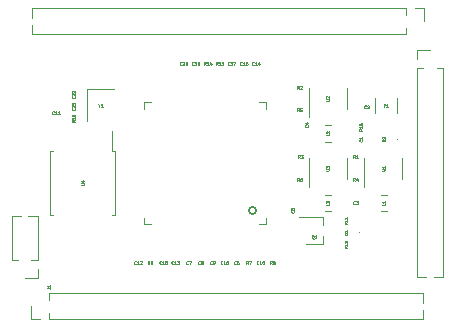
<source format=gbr>
%TF.GenerationSoftware,KiCad,Pcbnew,6.0.8+dfsg-1~bpo11+1+rpt1*%
%TF.CreationDate,2023-03-27T20:05:11+03:00*%
%TF.ProjectId,som_f1c,736f6d5f-6631-4632-9e6b-696361645f70,rev?*%
%TF.SameCoordinates,Original*%
%TF.FileFunction,Legend,Top*%
%TF.FilePolarity,Positive*%
%FSLAX46Y46*%
G04 Gerber Fmt 4.6, Leading zero omitted, Abs format (unit mm)*
G04 Created by KiCad (PCBNEW 6.0.8+dfsg-1~bpo11+1+rpt1) date 2023-03-27 20:05:11*
%MOMM*%
%LPD*%
G01*
G04 APERTURE LIST*
%ADD10C,0.063500*%
%ADD11C,0.062500*%
%ADD12C,0.120000*%
%ADD13C,0.100000*%
%ADD14C,0.150000*%
G04 APERTURE END LIST*
D10*
%TO.C,U4*%
X66988404Y-110508523D02*
X67194023Y-110508523D01*
X67218214Y-110496428D01*
X67230309Y-110484333D01*
X67242404Y-110460142D01*
X67242404Y-110411761D01*
X67230309Y-110387571D01*
X67218214Y-110375476D01*
X67194023Y-110363380D01*
X66988404Y-110363380D01*
X67073071Y-110133571D02*
X67242404Y-110133571D01*
X66976309Y-110194047D02*
X67157738Y-110254523D01*
X67157738Y-110097285D01*
%TO.C,U3*%
X87706804Y-109283523D02*
X87912423Y-109283523D01*
X87936614Y-109271428D01*
X87948709Y-109259333D01*
X87960804Y-109235142D01*
X87960804Y-109186761D01*
X87948709Y-109162571D01*
X87936614Y-109150476D01*
X87912423Y-109138380D01*
X87706804Y-109138380D01*
X87706804Y-109041619D02*
X87706804Y-108884380D01*
X87803566Y-108969047D01*
X87803566Y-108932761D01*
X87815661Y-108908571D01*
X87827757Y-108896476D01*
X87851947Y-108884380D01*
X87912423Y-108884380D01*
X87936614Y-108896476D01*
X87948709Y-108908571D01*
X87960804Y-108932761D01*
X87960804Y-109005333D01*
X87948709Y-109029523D01*
X87936614Y-109041619D01*
%TO.C,D2*%
X92738404Y-106809876D02*
X92484404Y-106809876D01*
X92484404Y-106749400D01*
X92496500Y-106713114D01*
X92520690Y-106688923D01*
X92544880Y-106676828D01*
X92593261Y-106664733D01*
X92629547Y-106664733D01*
X92677928Y-106676828D01*
X92702119Y-106688923D01*
X92726309Y-106713114D01*
X92738404Y-106749400D01*
X92738404Y-106809876D01*
X92508595Y-106567971D02*
X92496500Y-106555876D01*
X92484404Y-106531685D01*
X92484404Y-106471209D01*
X92496500Y-106447019D01*
X92508595Y-106434923D01*
X92532785Y-106422828D01*
X92556976Y-106422828D01*
X92593261Y-106434923D01*
X92738404Y-106580066D01*
X92738404Y-106422828D01*
%TO.C,R15*%
X90782604Y-105769685D02*
X90661652Y-105854352D01*
X90782604Y-105914828D02*
X90528604Y-105914828D01*
X90528604Y-105818066D01*
X90540700Y-105793876D01*
X90552795Y-105781780D01*
X90576985Y-105769685D01*
X90613271Y-105769685D01*
X90637461Y-105781780D01*
X90649557Y-105793876D01*
X90661652Y-105818066D01*
X90661652Y-105914828D01*
X90782604Y-105527780D02*
X90782604Y-105672923D01*
X90782604Y-105600352D02*
X90528604Y-105600352D01*
X90564890Y-105624542D01*
X90589080Y-105648733D01*
X90601176Y-105672923D01*
X90528604Y-105297971D02*
X90528604Y-105418923D01*
X90649557Y-105431019D01*
X90637461Y-105418923D01*
X90625366Y-105394733D01*
X90625366Y-105334257D01*
X90637461Y-105310066D01*
X90649557Y-105297971D01*
X90673747Y-105285876D01*
X90734223Y-105285876D01*
X90758414Y-105297971D01*
X90770509Y-105310066D01*
X90782604Y-105334257D01*
X90782604Y-105394733D01*
X90770509Y-105418923D01*
X90758414Y-105431019D01*
%TO.C,C16*%
X80596014Y-100316714D02*
X80583919Y-100328809D01*
X80547633Y-100340904D01*
X80523442Y-100340904D01*
X80487157Y-100328809D01*
X80462966Y-100304619D01*
X80450871Y-100280428D01*
X80438776Y-100232047D01*
X80438776Y-100195761D01*
X80450871Y-100147380D01*
X80462966Y-100123190D01*
X80487157Y-100099000D01*
X80523442Y-100086904D01*
X80547633Y-100086904D01*
X80583919Y-100099000D01*
X80596014Y-100111095D01*
X80837919Y-100340904D02*
X80692776Y-100340904D01*
X80765347Y-100340904D02*
X80765347Y-100086904D01*
X80741157Y-100123190D01*
X80716966Y-100147380D01*
X80692776Y-100159476D01*
X81055633Y-100086904D02*
X81007252Y-100086904D01*
X80983061Y-100099000D01*
X80970966Y-100111095D01*
X80946776Y-100147380D01*
X80934680Y-100195761D01*
X80934680Y-100292523D01*
X80946776Y-100316714D01*
X80958871Y-100328809D01*
X80983061Y-100340904D01*
X81031442Y-100340904D01*
X81055633Y-100328809D01*
X81067728Y-100316714D01*
X81079823Y-100292523D01*
X81079823Y-100232047D01*
X81067728Y-100207857D01*
X81055633Y-100195761D01*
X81031442Y-100183666D01*
X80983061Y-100183666D01*
X80958871Y-100195761D01*
X80946776Y-100207857D01*
X80934680Y-100232047D01*
%TO.C,C15*%
X78950265Y-117179114D02*
X78938170Y-117191209D01*
X78901884Y-117203304D01*
X78877693Y-117203304D01*
X78841408Y-117191209D01*
X78817217Y-117167019D01*
X78805122Y-117142828D01*
X78793027Y-117094447D01*
X78793027Y-117058161D01*
X78805122Y-117009780D01*
X78817217Y-116985590D01*
X78841408Y-116961400D01*
X78877693Y-116949304D01*
X78901884Y-116949304D01*
X78938170Y-116961400D01*
X78950265Y-116973495D01*
X79192170Y-117203304D02*
X79047027Y-117203304D01*
X79119598Y-117203304D02*
X79119598Y-116949304D01*
X79095408Y-116985590D01*
X79071217Y-117009780D01*
X79047027Y-117021876D01*
X79421979Y-116949304D02*
X79301027Y-116949304D01*
X79288931Y-117070257D01*
X79301027Y-117058161D01*
X79325217Y-117046066D01*
X79385693Y-117046066D01*
X79409884Y-117058161D01*
X79421979Y-117070257D01*
X79434074Y-117094447D01*
X79434074Y-117154923D01*
X79421979Y-117179114D01*
X79409884Y-117191209D01*
X79385693Y-117203304D01*
X79325217Y-117203304D01*
X79301027Y-117191209D01*
X79288931Y-117179114D01*
%TO.C,C17*%
X79554614Y-100316714D02*
X79542519Y-100328809D01*
X79506233Y-100340904D01*
X79482042Y-100340904D01*
X79445757Y-100328809D01*
X79421566Y-100304619D01*
X79409471Y-100280428D01*
X79397376Y-100232047D01*
X79397376Y-100195761D01*
X79409471Y-100147380D01*
X79421566Y-100123190D01*
X79445757Y-100099000D01*
X79482042Y-100086904D01*
X79506233Y-100086904D01*
X79542519Y-100099000D01*
X79554614Y-100111095D01*
X79796519Y-100340904D02*
X79651376Y-100340904D01*
X79723947Y-100340904D02*
X79723947Y-100086904D01*
X79699757Y-100123190D01*
X79675566Y-100147380D01*
X79651376Y-100159476D01*
X79881185Y-100086904D02*
X80050519Y-100086904D01*
X79941661Y-100340904D01*
%TO.C,C22*%
X66426014Y-102992085D02*
X66438109Y-103004180D01*
X66450204Y-103040466D01*
X66450204Y-103064657D01*
X66438109Y-103100942D01*
X66413919Y-103125133D01*
X66389728Y-103137228D01*
X66341347Y-103149323D01*
X66305061Y-103149323D01*
X66256680Y-103137228D01*
X66232490Y-103125133D01*
X66208300Y-103100942D01*
X66196204Y-103064657D01*
X66196204Y-103040466D01*
X66208300Y-103004180D01*
X66220395Y-102992085D01*
X66220395Y-102895323D02*
X66208300Y-102883228D01*
X66196204Y-102859038D01*
X66196204Y-102798561D01*
X66208300Y-102774371D01*
X66220395Y-102762276D01*
X66244585Y-102750180D01*
X66268776Y-102750180D01*
X66305061Y-102762276D01*
X66450204Y-102907419D01*
X66450204Y-102750180D01*
X66220395Y-102653419D02*
X66208300Y-102641323D01*
X66196204Y-102617133D01*
X66196204Y-102556657D01*
X66208300Y-102532466D01*
X66220395Y-102520371D01*
X66244585Y-102508276D01*
X66268776Y-102508276D01*
X66305061Y-102520371D01*
X66450204Y-102665514D01*
X66450204Y-102508276D01*
%TO.C,C13*%
X74779464Y-117179114D02*
X74767369Y-117191209D01*
X74731083Y-117203304D01*
X74706892Y-117203304D01*
X74670607Y-117191209D01*
X74646416Y-117167019D01*
X74634321Y-117142828D01*
X74622226Y-117094447D01*
X74622226Y-117058161D01*
X74634321Y-117009780D01*
X74646416Y-116985590D01*
X74670607Y-116961400D01*
X74706892Y-116949304D01*
X74731083Y-116949304D01*
X74767369Y-116961400D01*
X74779464Y-116973495D01*
X75021369Y-117203304D02*
X74876226Y-117203304D01*
X74948797Y-117203304D02*
X74948797Y-116949304D01*
X74924607Y-116985590D01*
X74900416Y-117009780D01*
X74876226Y-117021876D01*
X75106035Y-116949304D02*
X75263273Y-116949304D01*
X75178607Y-117046066D01*
X75214892Y-117046066D01*
X75239083Y-117058161D01*
X75251178Y-117070257D01*
X75263273Y-117094447D01*
X75263273Y-117154923D01*
X75251178Y-117179114D01*
X75239083Y-117191209D01*
X75214892Y-117203304D01*
X75142321Y-117203304D01*
X75118130Y-117191209D01*
X75106035Y-117179114D01*
%TO.C,L2*%
X87998904Y-106182133D02*
X87998904Y-106303085D01*
X87744904Y-106303085D01*
X87769095Y-106109561D02*
X87757000Y-106097466D01*
X87744904Y-106073276D01*
X87744904Y-106012800D01*
X87757000Y-105988609D01*
X87769095Y-105976514D01*
X87793285Y-105964419D01*
X87817476Y-105964419D01*
X87853761Y-105976514D01*
X87998904Y-106121657D01*
X87998904Y-105964419D01*
D11*
%TO.C,R1*%
X90165766Y-108231996D02*
X90081100Y-108111044D01*
X90020623Y-108231996D02*
X90020623Y-107977996D01*
X90117385Y-107977996D01*
X90141576Y-107990092D01*
X90153671Y-108002187D01*
X90165766Y-108026377D01*
X90165766Y-108062663D01*
X90153671Y-108086853D01*
X90141576Y-108098949D01*
X90117385Y-108111044D01*
X90020623Y-108111044D01*
X90407671Y-108231996D02*
X90262528Y-108231996D01*
X90335100Y-108231996D02*
X90335100Y-107977996D01*
X90310909Y-108014282D01*
X90286719Y-108038472D01*
X90262528Y-108050568D01*
D10*
%TO.C,C6*%
X80082016Y-117174314D02*
X80069921Y-117186409D01*
X80033635Y-117198504D01*
X80009445Y-117198504D01*
X79973159Y-117186409D01*
X79948969Y-117162219D01*
X79936873Y-117138028D01*
X79924778Y-117089647D01*
X79924778Y-117053361D01*
X79936873Y-117004980D01*
X79948969Y-116980790D01*
X79973159Y-116956600D01*
X80009445Y-116944504D01*
X80033635Y-116944504D01*
X80069921Y-116956600D01*
X80082016Y-116968695D01*
X80299730Y-116944504D02*
X80251350Y-116944504D01*
X80227159Y-116956600D01*
X80215064Y-116968695D01*
X80190873Y-117004980D01*
X80178778Y-117053361D01*
X80178778Y-117150123D01*
X80190873Y-117174314D01*
X80202969Y-117186409D01*
X80227159Y-117198504D01*
X80275540Y-117198504D01*
X80299730Y-117186409D01*
X80311826Y-117174314D01*
X80323921Y-117150123D01*
X80323921Y-117089647D01*
X80311826Y-117065457D01*
X80299730Y-117053361D01*
X80275540Y-117041266D01*
X80227159Y-117041266D01*
X80202969Y-117053361D01*
X80190873Y-117065457D01*
X80178778Y-117089647D01*
%TO.C,Y1*%
X68505147Y-103751352D02*
X68505147Y-103872304D01*
X68420480Y-103618304D02*
X68505147Y-103751352D01*
X68589814Y-103618304D01*
X68807528Y-103872304D02*
X68662385Y-103872304D01*
X68734957Y-103872304D02*
X68734957Y-103618304D01*
X68710766Y-103654590D01*
X68686576Y-103678780D01*
X68662385Y-103690876D01*
%TO.C,C10*%
X81993064Y-117174314D02*
X81980969Y-117186409D01*
X81944683Y-117198504D01*
X81920492Y-117198504D01*
X81884207Y-117186409D01*
X81860016Y-117162219D01*
X81847921Y-117138028D01*
X81835826Y-117089647D01*
X81835826Y-117053361D01*
X81847921Y-117004980D01*
X81860016Y-116980790D01*
X81884207Y-116956600D01*
X81920492Y-116944504D01*
X81944683Y-116944504D01*
X81980969Y-116956600D01*
X81993064Y-116968695D01*
X82234969Y-117198504D02*
X82089826Y-117198504D01*
X82162397Y-117198504D02*
X82162397Y-116944504D01*
X82138207Y-116980790D01*
X82114016Y-117004980D01*
X82089826Y-117017076D01*
X82392207Y-116944504D02*
X82416397Y-116944504D01*
X82440588Y-116956600D01*
X82452683Y-116968695D01*
X82464778Y-116992885D01*
X82476873Y-117041266D01*
X82476873Y-117101742D01*
X82464778Y-117150123D01*
X82452683Y-117174314D01*
X82440588Y-117186409D01*
X82416397Y-117198504D01*
X82392207Y-117198504D01*
X82368016Y-117186409D01*
X82355921Y-117174314D01*
X82343826Y-117150123D01*
X82331730Y-117101742D01*
X82331730Y-117041266D01*
X82343826Y-116992885D01*
X82355921Y-116968695D01*
X82368016Y-116956600D01*
X82392207Y-116944504D01*
%TO.C,R10*%
X66452604Y-105024085D02*
X66331652Y-105108752D01*
X66452604Y-105169228D02*
X66198604Y-105169228D01*
X66198604Y-105072466D01*
X66210700Y-105048276D01*
X66222795Y-105036180D01*
X66246985Y-105024085D01*
X66283271Y-105024085D01*
X66307461Y-105036180D01*
X66319557Y-105048276D01*
X66331652Y-105072466D01*
X66331652Y-105169228D01*
X66452604Y-104782180D02*
X66452604Y-104927323D01*
X66452604Y-104854752D02*
X66198604Y-104854752D01*
X66234890Y-104878942D01*
X66259080Y-104903133D01*
X66271176Y-104927323D01*
X66198604Y-104624942D02*
X66198604Y-104600752D01*
X66210700Y-104576561D01*
X66222795Y-104564466D01*
X66246985Y-104552371D01*
X66295366Y-104540276D01*
X66355842Y-104540276D01*
X66404223Y-104552371D01*
X66428414Y-104564466D01*
X66440509Y-104576561D01*
X66452604Y-104600752D01*
X66452604Y-104624942D01*
X66440509Y-104649133D01*
X66428414Y-104661228D01*
X66404223Y-104673323D01*
X66355842Y-104685419D01*
X66295366Y-104685419D01*
X66246985Y-104673323D01*
X66222795Y-104661228D01*
X66210700Y-104649133D01*
X66198604Y-104624942D01*
%TO.C,C14*%
X81612014Y-100316714D02*
X81599919Y-100328809D01*
X81563633Y-100340904D01*
X81539442Y-100340904D01*
X81503157Y-100328809D01*
X81478966Y-100304619D01*
X81466871Y-100280428D01*
X81454776Y-100232047D01*
X81454776Y-100195761D01*
X81466871Y-100147380D01*
X81478966Y-100123190D01*
X81503157Y-100099000D01*
X81539442Y-100086904D01*
X81563633Y-100086904D01*
X81599919Y-100099000D01*
X81612014Y-100111095D01*
X81853919Y-100340904D02*
X81708776Y-100340904D01*
X81781347Y-100340904D02*
X81781347Y-100086904D01*
X81757157Y-100123190D01*
X81732966Y-100147380D01*
X81708776Y-100159476D01*
X82071633Y-100171571D02*
X82071633Y-100340904D01*
X82011157Y-100074809D02*
X81950680Y-100256238D01*
X82107919Y-100256238D01*
%TO.C,U2*%
X87717004Y-103379123D02*
X87922623Y-103379123D01*
X87946814Y-103367028D01*
X87958909Y-103354933D01*
X87971004Y-103330742D01*
X87971004Y-103282361D01*
X87958909Y-103258171D01*
X87946814Y-103246076D01*
X87922623Y-103233980D01*
X87717004Y-103233980D01*
X87741195Y-103125123D02*
X87729100Y-103113028D01*
X87717004Y-103088838D01*
X87717004Y-103028361D01*
X87729100Y-103004171D01*
X87741195Y-102992076D01*
X87765385Y-102979980D01*
X87789576Y-102979980D01*
X87825861Y-102992076D01*
X87971004Y-103137219D01*
X87971004Y-102979980D01*
D11*
%TO.C,R11*%
X89533795Y-113691914D02*
X89414747Y-113775247D01*
X89533795Y-113834771D02*
X89283795Y-113834771D01*
X89283795Y-113739533D01*
X89295700Y-113715723D01*
X89307604Y-113703819D01*
X89331414Y-113691914D01*
X89367128Y-113691914D01*
X89390938Y-113703819D01*
X89402842Y-113715723D01*
X89414747Y-113739533D01*
X89414747Y-113834771D01*
X89533795Y-113453819D02*
X89533795Y-113596676D01*
X89533795Y-113525247D02*
X89283795Y-113525247D01*
X89319509Y-113549057D01*
X89343319Y-113572866D01*
X89355223Y-113596676D01*
X89533795Y-113215723D02*
X89533795Y-113358580D01*
X89533795Y-113287152D02*
X89283795Y-113287152D01*
X89319509Y-113310961D01*
X89343319Y-113334771D01*
X89355223Y-113358580D01*
D10*
%TO.C,C3*%
X90165766Y-112099694D02*
X90153671Y-112111789D01*
X90117385Y-112123884D01*
X90093195Y-112123884D01*
X90056909Y-112111789D01*
X90032719Y-112087599D01*
X90020623Y-112063408D01*
X90008528Y-112015027D01*
X90008528Y-111978741D01*
X90020623Y-111930360D01*
X90032719Y-111906170D01*
X90056909Y-111881980D01*
X90093195Y-111869884D01*
X90117385Y-111869884D01*
X90153671Y-111881980D01*
X90165766Y-111894075D01*
X90250433Y-111869884D02*
X90407671Y-111869884D01*
X90323004Y-111966646D01*
X90359290Y-111966646D01*
X90383480Y-111978741D01*
X90395576Y-111990837D01*
X90407671Y-112015027D01*
X90407671Y-112075503D01*
X90395576Y-112099694D01*
X90383480Y-112111789D01*
X90359290Y-112123884D01*
X90286719Y-112123884D01*
X90262528Y-112111789D01*
X90250433Y-112099694D01*
%TO.C,R8*%
X83120217Y-117203304D02*
X83035551Y-117082352D01*
X82975074Y-117203304D02*
X82975074Y-116949304D01*
X83071836Y-116949304D01*
X83096027Y-116961400D01*
X83108122Y-116973495D01*
X83120217Y-116997685D01*
X83120217Y-117033971D01*
X83108122Y-117058161D01*
X83096027Y-117070257D01*
X83071836Y-117082352D01*
X82975074Y-117082352D01*
X83265360Y-117058161D02*
X83241170Y-117046066D01*
X83229074Y-117033971D01*
X83216979Y-117009780D01*
X83216979Y-116997685D01*
X83229074Y-116973495D01*
X83241170Y-116961400D01*
X83265360Y-116949304D01*
X83313741Y-116949304D01*
X83337931Y-116961400D01*
X83350027Y-116973495D01*
X83362122Y-116997685D01*
X83362122Y-117009780D01*
X83350027Y-117033971D01*
X83337931Y-117046066D01*
X83313741Y-117058161D01*
X83265360Y-117058161D01*
X83241170Y-117070257D01*
X83229074Y-117082352D01*
X83216979Y-117106542D01*
X83216979Y-117154923D01*
X83229074Y-117179114D01*
X83241170Y-117191209D01*
X83265360Y-117203304D01*
X83313741Y-117203304D01*
X83337931Y-117191209D01*
X83350027Y-117179114D01*
X83362122Y-117154923D01*
X83362122Y-117106542D01*
X83350027Y-117082352D01*
X83337931Y-117070257D01*
X83313741Y-117058161D01*
%TO.C,F1*%
X92714233Y-103756457D02*
X92629566Y-103756457D01*
X92629566Y-103889504D02*
X92629566Y-103635504D01*
X92750519Y-103635504D01*
X92980328Y-103889504D02*
X92835185Y-103889504D01*
X92907757Y-103889504D02*
X92907757Y-103635504D01*
X92883566Y-103671790D01*
X92859376Y-103695980D01*
X92835185Y-103708076D01*
%TO.C,C18*%
X73763414Y-117161714D02*
X73751319Y-117173809D01*
X73715033Y-117185904D01*
X73690842Y-117185904D01*
X73654557Y-117173809D01*
X73630366Y-117149619D01*
X73618271Y-117125428D01*
X73606176Y-117077047D01*
X73606176Y-117040761D01*
X73618271Y-116992380D01*
X73630366Y-116968190D01*
X73654557Y-116944000D01*
X73690842Y-116931904D01*
X73715033Y-116931904D01*
X73751319Y-116944000D01*
X73763414Y-116956095D01*
X74005319Y-117185904D02*
X73860176Y-117185904D01*
X73932747Y-117185904D02*
X73932747Y-116931904D01*
X73908557Y-116968190D01*
X73884366Y-116992380D01*
X73860176Y-117004476D01*
X74150461Y-117040761D02*
X74126271Y-117028666D01*
X74114176Y-117016571D01*
X74102080Y-116992380D01*
X74102080Y-116980285D01*
X74114176Y-116956095D01*
X74126271Y-116944000D01*
X74150461Y-116931904D01*
X74198842Y-116931904D01*
X74223033Y-116944000D01*
X74235128Y-116956095D01*
X74247223Y-116980285D01*
X74247223Y-116992380D01*
X74235128Y-117016571D01*
X74223033Y-117028666D01*
X74198842Y-117040761D01*
X74150461Y-117040761D01*
X74126271Y-117052857D01*
X74114176Y-117064952D01*
X74102080Y-117089142D01*
X74102080Y-117137523D01*
X74114176Y-117161714D01*
X74126271Y-117173809D01*
X74150461Y-117185904D01*
X74198842Y-117185904D01*
X74223033Y-117173809D01*
X74235128Y-117161714D01*
X74247223Y-117137523D01*
X74247223Y-117089142D01*
X74235128Y-117064952D01*
X74223033Y-117052857D01*
X74198842Y-117040761D01*
%TO.C,C9*%
X78050016Y-117179114D02*
X78037921Y-117191209D01*
X78001635Y-117203304D01*
X77977445Y-117203304D01*
X77941159Y-117191209D01*
X77916969Y-117167019D01*
X77904873Y-117142828D01*
X77892778Y-117094447D01*
X77892778Y-117058161D01*
X77904873Y-117009780D01*
X77916969Y-116985590D01*
X77941159Y-116961400D01*
X77977445Y-116949304D01*
X78001635Y-116949304D01*
X78037921Y-116961400D01*
X78050016Y-116973495D01*
X78170969Y-117203304D02*
X78219350Y-117203304D01*
X78243540Y-117191209D01*
X78255635Y-117179114D01*
X78279826Y-117142828D01*
X78291921Y-117094447D01*
X78291921Y-116997685D01*
X78279826Y-116973495D01*
X78267730Y-116961400D01*
X78243540Y-116949304D01*
X78195159Y-116949304D01*
X78170969Y-116961400D01*
X78158873Y-116973495D01*
X78146778Y-116997685D01*
X78146778Y-117058161D01*
X78158873Y-117082352D01*
X78170969Y-117094447D01*
X78195159Y-117106542D01*
X78243540Y-117106542D01*
X78267730Y-117094447D01*
X78279826Y-117082352D01*
X78291921Y-117058161D01*
D11*
%TO.C,D1*%
X89533795Y-114731723D02*
X89283795Y-114731723D01*
X89283795Y-114672200D01*
X89295700Y-114636485D01*
X89319509Y-114612676D01*
X89343319Y-114600771D01*
X89390938Y-114588866D01*
X89426652Y-114588866D01*
X89474271Y-114600771D01*
X89498080Y-114612676D01*
X89521890Y-114636485D01*
X89533795Y-114672200D01*
X89533795Y-114731723D01*
X89533795Y-114350771D02*
X89533795Y-114493628D01*
X89533795Y-114422200D02*
X89283795Y-114422200D01*
X89319509Y-114446009D01*
X89343319Y-114469819D01*
X89355223Y-114493628D01*
D10*
%TO.C,R6*%
X85441366Y-110168704D02*
X85356700Y-110047752D01*
X85296223Y-110168704D02*
X85296223Y-109914704D01*
X85392985Y-109914704D01*
X85417176Y-109926800D01*
X85429271Y-109938895D01*
X85441366Y-109963085D01*
X85441366Y-109999371D01*
X85429271Y-110023561D01*
X85417176Y-110035657D01*
X85392985Y-110047752D01*
X85296223Y-110047752D01*
X85659080Y-109914704D02*
X85610700Y-109914704D01*
X85586509Y-109926800D01*
X85574414Y-109938895D01*
X85550223Y-109975180D01*
X85538128Y-110023561D01*
X85538128Y-110120323D01*
X85550223Y-110144514D01*
X85562319Y-110156609D01*
X85586509Y-110168704D01*
X85634890Y-110168704D01*
X85659080Y-110156609D01*
X85671176Y-110144514D01*
X85683271Y-110120323D01*
X85683271Y-110059847D01*
X85671176Y-110035657D01*
X85659080Y-110023561D01*
X85634890Y-110011466D01*
X85586509Y-110011466D01*
X85562319Y-110023561D01*
X85550223Y-110035657D01*
X85538128Y-110059847D01*
%TO.C,L1*%
X92693304Y-112074933D02*
X92693304Y-112195885D01*
X92439304Y-112195885D01*
X92693304Y-111857219D02*
X92693304Y-112002361D01*
X92693304Y-111929790D02*
X92439304Y-111929790D01*
X92475590Y-111953980D01*
X92499780Y-111978171D01*
X92511876Y-112002361D01*
%TO.C,C21*%
X66426014Y-104008085D02*
X66438109Y-104020180D01*
X66450204Y-104056466D01*
X66450204Y-104080657D01*
X66438109Y-104116942D01*
X66413919Y-104141133D01*
X66389728Y-104153228D01*
X66341347Y-104165323D01*
X66305061Y-104165323D01*
X66256680Y-104153228D01*
X66232490Y-104141133D01*
X66208300Y-104116942D01*
X66196204Y-104080657D01*
X66196204Y-104056466D01*
X66208300Y-104020180D01*
X66220395Y-104008085D01*
X66220395Y-103911323D02*
X66208300Y-103899228D01*
X66196204Y-103875038D01*
X66196204Y-103814561D01*
X66208300Y-103790371D01*
X66220395Y-103778276D01*
X66244585Y-103766180D01*
X66268776Y-103766180D01*
X66305061Y-103778276D01*
X66450204Y-103923419D01*
X66450204Y-103766180D01*
X66450204Y-103524276D02*
X66450204Y-103669419D01*
X66450204Y-103596847D02*
X66196204Y-103596847D01*
X66232490Y-103621038D01*
X66256680Y-103645228D01*
X66268776Y-103669419D01*
%TO.C,R5*%
X85441366Y-104271104D02*
X85356700Y-104150152D01*
X85296223Y-104271104D02*
X85296223Y-104017104D01*
X85392985Y-104017104D01*
X85417176Y-104029200D01*
X85429271Y-104041295D01*
X85441366Y-104065485D01*
X85441366Y-104101771D01*
X85429271Y-104125961D01*
X85417176Y-104138057D01*
X85392985Y-104150152D01*
X85296223Y-104150152D01*
X85671176Y-104017104D02*
X85550223Y-104017104D01*
X85538128Y-104138057D01*
X85550223Y-104125961D01*
X85574414Y-104113866D01*
X85634890Y-104113866D01*
X85659080Y-104125961D01*
X85671176Y-104138057D01*
X85683271Y-104162247D01*
X85683271Y-104222723D01*
X85671176Y-104246914D01*
X85659080Y-104259009D01*
X85634890Y-104271104D01*
X85574414Y-104271104D01*
X85550223Y-104259009D01*
X85538128Y-104246914D01*
D11*
%TO.C,R4*%
X90165766Y-110162895D02*
X90081100Y-110041943D01*
X90020623Y-110162895D02*
X90020623Y-109908895D01*
X90117385Y-109908895D01*
X90141576Y-109920991D01*
X90153671Y-109933086D01*
X90165766Y-109957276D01*
X90165766Y-109993562D01*
X90153671Y-110017752D01*
X90141576Y-110029848D01*
X90117385Y-110041943D01*
X90020623Y-110041943D01*
X90383480Y-109993562D02*
X90383480Y-110162895D01*
X90323004Y-109896800D02*
X90262528Y-110078229D01*
X90419766Y-110078229D01*
D10*
%TO.C,C8*%
X77034016Y-117179114D02*
X77021921Y-117191209D01*
X76985635Y-117203304D01*
X76961445Y-117203304D01*
X76925159Y-117191209D01*
X76900969Y-117167019D01*
X76888873Y-117142828D01*
X76876778Y-117094447D01*
X76876778Y-117058161D01*
X76888873Y-117009780D01*
X76900969Y-116985590D01*
X76925159Y-116961400D01*
X76961445Y-116949304D01*
X76985635Y-116949304D01*
X77021921Y-116961400D01*
X77034016Y-116973495D01*
X77179159Y-117058161D02*
X77154969Y-117046066D01*
X77142873Y-117033971D01*
X77130778Y-117009780D01*
X77130778Y-116997685D01*
X77142873Y-116973495D01*
X77154969Y-116961400D01*
X77179159Y-116949304D01*
X77227540Y-116949304D01*
X77251730Y-116961400D01*
X77263826Y-116973495D01*
X77275921Y-116997685D01*
X77275921Y-117009780D01*
X77263826Y-117033971D01*
X77251730Y-117046066D01*
X77227540Y-117058161D01*
X77179159Y-117058161D01*
X77154969Y-117070257D01*
X77142873Y-117082352D01*
X77130778Y-117106542D01*
X77130778Y-117154923D01*
X77142873Y-117179114D01*
X77154969Y-117191209D01*
X77179159Y-117203304D01*
X77227540Y-117203304D01*
X77251730Y-117191209D01*
X77263826Y-117179114D01*
X77275921Y-117154923D01*
X77275921Y-117106542D01*
X77263826Y-117082352D01*
X77251730Y-117070257D01*
X77227540Y-117058161D01*
%TO.C,C19*%
X76506614Y-100316714D02*
X76494519Y-100328809D01*
X76458233Y-100340904D01*
X76434042Y-100340904D01*
X76397757Y-100328809D01*
X76373566Y-100304619D01*
X76361471Y-100280428D01*
X76349376Y-100232047D01*
X76349376Y-100195761D01*
X76361471Y-100147380D01*
X76373566Y-100123190D01*
X76397757Y-100099000D01*
X76434042Y-100086904D01*
X76458233Y-100086904D01*
X76494519Y-100099000D01*
X76506614Y-100111095D01*
X76748519Y-100340904D02*
X76603376Y-100340904D01*
X76675947Y-100340904D02*
X76675947Y-100086904D01*
X76651757Y-100123190D01*
X76627566Y-100147380D01*
X76603376Y-100159476D01*
X76869471Y-100340904D02*
X76917852Y-100340904D01*
X76942042Y-100328809D01*
X76954138Y-100316714D01*
X76978328Y-100280428D01*
X76990423Y-100232047D01*
X76990423Y-100135285D01*
X76978328Y-100111095D01*
X76966233Y-100099000D01*
X76942042Y-100086904D01*
X76893661Y-100086904D01*
X76869471Y-100099000D01*
X76857376Y-100111095D01*
X76845280Y-100135285D01*
X76845280Y-100195761D01*
X76857376Y-100219952D01*
X76869471Y-100232047D01*
X76893661Y-100244142D01*
X76942042Y-100244142D01*
X76966233Y-100232047D01*
X76978328Y-100219952D01*
X76990423Y-100195761D01*
%TO.C,R7*%
X81098016Y-117198504D02*
X81013350Y-117077552D01*
X80952873Y-117198504D02*
X80952873Y-116944504D01*
X81049635Y-116944504D01*
X81073826Y-116956600D01*
X81085921Y-116968695D01*
X81098016Y-116992885D01*
X81098016Y-117029171D01*
X81085921Y-117053361D01*
X81073826Y-117065457D01*
X81049635Y-117077552D01*
X80952873Y-117077552D01*
X81182683Y-116944504D02*
X81352016Y-116944504D01*
X81243159Y-117198504D01*
%TO.C,C7*%
X76018016Y-117174314D02*
X76005921Y-117186409D01*
X75969635Y-117198504D01*
X75945445Y-117198504D01*
X75909159Y-117186409D01*
X75884969Y-117162219D01*
X75872873Y-117138028D01*
X75860778Y-117089647D01*
X75860778Y-117053361D01*
X75872873Y-117004980D01*
X75884969Y-116980790D01*
X75909159Y-116956600D01*
X75945445Y-116944504D01*
X75969635Y-116944504D01*
X76005921Y-116956600D01*
X76018016Y-116968695D01*
X76102683Y-116944504D02*
X76272016Y-116944504D01*
X76163159Y-117198504D01*
%TO.C,R3*%
X85492166Y-108233504D02*
X85407500Y-108112552D01*
X85347023Y-108233504D02*
X85347023Y-107979504D01*
X85443785Y-107979504D01*
X85467976Y-107991600D01*
X85480071Y-108003695D01*
X85492166Y-108027885D01*
X85492166Y-108064171D01*
X85480071Y-108088361D01*
X85467976Y-108100457D01*
X85443785Y-108112552D01*
X85347023Y-108112552D01*
X85576833Y-107979504D02*
X85734071Y-107979504D01*
X85649404Y-108076266D01*
X85685690Y-108076266D01*
X85709880Y-108088361D01*
X85721976Y-108100457D01*
X85734071Y-108124647D01*
X85734071Y-108185123D01*
X85721976Y-108209314D01*
X85709880Y-108221409D01*
X85685690Y-108233504D01*
X85613119Y-108233504D01*
X85588928Y-108221409D01*
X85576833Y-108209314D01*
%TO.C,C1*%
X90758414Y-106664733D02*
X90770509Y-106676828D01*
X90782604Y-106713114D01*
X90782604Y-106737304D01*
X90770509Y-106773590D01*
X90746319Y-106797780D01*
X90722128Y-106809876D01*
X90673747Y-106821971D01*
X90637461Y-106821971D01*
X90589080Y-106809876D01*
X90564890Y-106797780D01*
X90540700Y-106773590D01*
X90528604Y-106737304D01*
X90528604Y-106713114D01*
X90540700Y-106676828D01*
X90552795Y-106664733D01*
X90782604Y-106422828D02*
X90782604Y-106567971D01*
X90782604Y-106495400D02*
X90528604Y-106495400D01*
X90564890Y-106519590D01*
X90589080Y-106543780D01*
X90601176Y-106567971D01*
%TO.C,R13*%
X78543013Y-100340904D02*
X78458346Y-100219952D01*
X78397870Y-100340904D02*
X78397870Y-100086904D01*
X78494632Y-100086904D01*
X78518822Y-100099000D01*
X78530918Y-100111095D01*
X78543013Y-100135285D01*
X78543013Y-100171571D01*
X78530918Y-100195761D01*
X78518822Y-100207857D01*
X78494632Y-100219952D01*
X78397870Y-100219952D01*
X78784918Y-100340904D02*
X78639775Y-100340904D01*
X78712346Y-100340904D02*
X78712346Y-100086904D01*
X78688156Y-100123190D01*
X78663965Y-100147380D01*
X78639775Y-100159476D01*
X78869584Y-100086904D02*
X79026822Y-100086904D01*
X78942156Y-100183666D01*
X78978441Y-100183666D01*
X79002632Y-100195761D01*
X79014727Y-100207857D01*
X79026822Y-100232047D01*
X79026822Y-100292523D01*
X79014727Y-100316714D01*
X79002632Y-100328809D01*
X78978441Y-100340904D01*
X78905870Y-100340904D01*
X78881679Y-100328809D01*
X78869584Y-100316714D01*
%TO.C,C4*%
X86190714Y-105442333D02*
X86202809Y-105454428D01*
X86214904Y-105490714D01*
X86214904Y-105514904D01*
X86202809Y-105551190D01*
X86178619Y-105575380D01*
X86154428Y-105587476D01*
X86106047Y-105599571D01*
X86069761Y-105599571D01*
X86021380Y-105587476D01*
X85997190Y-105575380D01*
X85973000Y-105551190D01*
X85960904Y-105514904D01*
X85960904Y-105490714D01*
X85973000Y-105454428D01*
X85985095Y-105442333D01*
X86045571Y-105224619D02*
X86214904Y-105224619D01*
X85948809Y-105285095D02*
X86130238Y-105345571D01*
X86130238Y-105188333D01*
%TO.C,C20*%
X75490614Y-100316714D02*
X75478519Y-100328809D01*
X75442233Y-100340904D01*
X75418042Y-100340904D01*
X75381757Y-100328809D01*
X75357566Y-100304619D01*
X75345471Y-100280428D01*
X75333376Y-100232047D01*
X75333376Y-100195761D01*
X75345471Y-100147380D01*
X75357566Y-100123190D01*
X75381757Y-100099000D01*
X75418042Y-100086904D01*
X75442233Y-100086904D01*
X75478519Y-100099000D01*
X75490614Y-100111095D01*
X75587376Y-100111095D02*
X75599471Y-100099000D01*
X75623661Y-100086904D01*
X75684138Y-100086904D01*
X75708328Y-100099000D01*
X75720423Y-100111095D01*
X75732519Y-100135285D01*
X75732519Y-100159476D01*
X75720423Y-100195761D01*
X75575280Y-100340904D01*
X75732519Y-100340904D01*
X75889757Y-100086904D02*
X75913947Y-100086904D01*
X75938138Y-100099000D01*
X75950233Y-100111095D01*
X75962328Y-100135285D01*
X75974423Y-100183666D01*
X75974423Y-100244142D01*
X75962328Y-100292523D01*
X75950233Y-100316714D01*
X75938138Y-100328809D01*
X75913947Y-100340904D01*
X75889757Y-100340904D01*
X75865566Y-100328809D01*
X75853471Y-100316714D01*
X75841376Y-100292523D01*
X75829280Y-100244142D01*
X75829280Y-100183666D01*
X75841376Y-100135285D01*
X75853471Y-100111095D01*
X75865566Y-100099000D01*
X75889757Y-100086904D01*
%TO.C,R2*%
X85441366Y-102339968D02*
X85356700Y-102219016D01*
X85296223Y-102339968D02*
X85296223Y-102085968D01*
X85392985Y-102085968D01*
X85417176Y-102098064D01*
X85429271Y-102110159D01*
X85441366Y-102134349D01*
X85441366Y-102170635D01*
X85429271Y-102194825D01*
X85417176Y-102206921D01*
X85392985Y-102219016D01*
X85296223Y-102219016D01*
X85538128Y-102110159D02*
X85550223Y-102098064D01*
X85574414Y-102085968D01*
X85634890Y-102085968D01*
X85659080Y-102098064D01*
X85671176Y-102110159D01*
X85683271Y-102134349D01*
X85683271Y-102158540D01*
X85671176Y-102194825D01*
X85526033Y-102339968D01*
X85683271Y-102339968D01*
%TO.C,C2*%
X91107666Y-103990714D02*
X91095571Y-104002809D01*
X91059285Y-104014904D01*
X91035095Y-104014904D01*
X90998809Y-104002809D01*
X90974619Y-103978619D01*
X90962523Y-103954428D01*
X90950428Y-103906047D01*
X90950428Y-103869761D01*
X90962523Y-103821380D01*
X90974619Y-103797190D01*
X90998809Y-103773000D01*
X91035095Y-103760904D01*
X91059285Y-103760904D01*
X91095571Y-103773000D01*
X91107666Y-103785095D01*
X91204428Y-103785095D02*
X91216523Y-103773000D01*
X91240714Y-103760904D01*
X91301190Y-103760904D01*
X91325380Y-103773000D01*
X91337476Y-103785095D01*
X91349571Y-103809285D01*
X91349571Y-103833476D01*
X91337476Y-103869761D01*
X91192333Y-104014904D01*
X91349571Y-104014904D01*
%TO.C,C11*%
X64678214Y-104491914D02*
X64666119Y-104504009D01*
X64629833Y-104516104D01*
X64605642Y-104516104D01*
X64569357Y-104504009D01*
X64545166Y-104479819D01*
X64533071Y-104455628D01*
X64520976Y-104407247D01*
X64520976Y-104370961D01*
X64533071Y-104322580D01*
X64545166Y-104298390D01*
X64569357Y-104274200D01*
X64605642Y-104262104D01*
X64629833Y-104262104D01*
X64666119Y-104274200D01*
X64678214Y-104286295D01*
X64920119Y-104516104D02*
X64774976Y-104516104D01*
X64847547Y-104516104D02*
X64847547Y-104262104D01*
X64823357Y-104298390D01*
X64799166Y-104322580D01*
X64774976Y-104334676D01*
X65162023Y-104516104D02*
X65016880Y-104516104D01*
X65089452Y-104516104D02*
X65089452Y-104262104D01*
X65065261Y-104298390D01*
X65041071Y-104322580D01*
X65016880Y-104334676D01*
%TO.C,L3*%
X87998904Y-112074933D02*
X87998904Y-112195885D01*
X87744904Y-112195885D01*
X87744904Y-112014457D02*
X87744904Y-111857219D01*
X87841666Y-111941885D01*
X87841666Y-111905600D01*
X87853761Y-111881409D01*
X87865857Y-111869314D01*
X87890047Y-111857219D01*
X87950523Y-111857219D01*
X87974714Y-111869314D01*
X87986809Y-111881409D01*
X87998904Y-111905600D01*
X87998904Y-111978171D01*
X87986809Y-112002361D01*
X87974714Y-112014457D01*
%TO.C,C12*%
X71629864Y-117174314D02*
X71617769Y-117186409D01*
X71581483Y-117198504D01*
X71557292Y-117198504D01*
X71521007Y-117186409D01*
X71496816Y-117162219D01*
X71484721Y-117138028D01*
X71472626Y-117089647D01*
X71472626Y-117053361D01*
X71484721Y-117004980D01*
X71496816Y-116980790D01*
X71521007Y-116956600D01*
X71557292Y-116944504D01*
X71581483Y-116944504D01*
X71617769Y-116956600D01*
X71629864Y-116968695D01*
X71871769Y-117198504D02*
X71726626Y-117198504D01*
X71799197Y-117198504D02*
X71799197Y-116944504D01*
X71775007Y-116980790D01*
X71750816Y-117004980D01*
X71726626Y-117017076D01*
X71968530Y-116968695D02*
X71980626Y-116956600D01*
X72004816Y-116944504D01*
X72065292Y-116944504D01*
X72089483Y-116956600D01*
X72101578Y-116968695D01*
X72113673Y-116992885D01*
X72113673Y-117017076D01*
X72101578Y-117053361D01*
X71956435Y-117198504D01*
X72113673Y-117198504D01*
D11*
%TO.C,R12*%
X89533795Y-115723914D02*
X89414747Y-115807247D01*
X89533795Y-115866771D02*
X89283795Y-115866771D01*
X89283795Y-115771533D01*
X89295700Y-115747723D01*
X89307604Y-115735819D01*
X89331414Y-115723914D01*
X89367128Y-115723914D01*
X89390938Y-115735819D01*
X89402842Y-115747723D01*
X89414747Y-115771533D01*
X89414747Y-115866771D01*
X89533795Y-115485819D02*
X89533795Y-115628676D01*
X89533795Y-115557247D02*
X89283795Y-115557247D01*
X89319509Y-115581057D01*
X89343319Y-115604866D01*
X89355223Y-115628676D01*
X89307604Y-115390580D02*
X89295700Y-115378676D01*
X89283795Y-115354866D01*
X89283795Y-115295342D01*
X89295700Y-115271533D01*
X89307604Y-115259628D01*
X89331414Y-115247723D01*
X89355223Y-115247723D01*
X89390938Y-115259628D01*
X89533795Y-115402485D01*
X89533795Y-115247723D01*
D10*
%TO.C,R9*%
X72766816Y-117198504D02*
X72682150Y-117077552D01*
X72621673Y-117198504D02*
X72621673Y-116944504D01*
X72718435Y-116944504D01*
X72742626Y-116956600D01*
X72754721Y-116968695D01*
X72766816Y-116992885D01*
X72766816Y-117029171D01*
X72754721Y-117053361D01*
X72742626Y-117065457D01*
X72718435Y-117077552D01*
X72621673Y-117077552D01*
X72887769Y-117198504D02*
X72936150Y-117198504D01*
X72960340Y-117186409D01*
X72972435Y-117174314D01*
X72996626Y-117138028D01*
X73008721Y-117089647D01*
X73008721Y-116992885D01*
X72996626Y-116968695D01*
X72984530Y-116956600D01*
X72960340Y-116944504D01*
X72911959Y-116944504D01*
X72887769Y-116956600D01*
X72875673Y-116968695D01*
X72863578Y-116992885D01*
X72863578Y-117053361D01*
X72875673Y-117077552D01*
X72887769Y-117089647D01*
X72911959Y-117101742D01*
X72960340Y-117101742D01*
X72984530Y-117089647D01*
X72996626Y-117077552D01*
X73008721Y-117053361D01*
%TO.C,R14*%
X77527813Y-100344305D02*
X77443146Y-100223353D01*
X77382670Y-100344305D02*
X77382670Y-100090305D01*
X77479432Y-100090305D01*
X77503622Y-100102401D01*
X77515718Y-100114496D01*
X77527813Y-100138686D01*
X77527813Y-100174972D01*
X77515718Y-100199162D01*
X77503622Y-100211258D01*
X77479432Y-100223353D01*
X77382670Y-100223353D01*
X77769718Y-100344305D02*
X77624575Y-100344305D01*
X77697146Y-100344305D02*
X77697146Y-100090305D01*
X77672956Y-100126591D01*
X77648765Y-100150781D01*
X77624575Y-100162877D01*
X77987432Y-100174972D02*
X77987432Y-100344305D01*
X77926956Y-100078210D02*
X77866479Y-100259639D01*
X78023718Y-100259639D01*
%TO.C,U1*%
X92431204Y-109279723D02*
X92636823Y-109279723D01*
X92661014Y-109267628D01*
X92673109Y-109255533D01*
X92685204Y-109231342D01*
X92685204Y-109182961D01*
X92673109Y-109158771D01*
X92661014Y-109146676D01*
X92636823Y-109134580D01*
X92431204Y-109134580D01*
X92685204Y-108880580D02*
X92685204Y-109025723D01*
X92685204Y-108953152D02*
X92431204Y-108953152D01*
X92467490Y-108977342D01*
X92491680Y-109001533D01*
X92503776Y-109025723D01*
%TO.C,Q1*%
X86678709Y-115048695D02*
X86654519Y-115036600D01*
X86630328Y-115012409D01*
X86594042Y-114976123D01*
X86569852Y-114964028D01*
X86545661Y-114964028D01*
X86557757Y-115024504D02*
X86533566Y-115012409D01*
X86509376Y-114988219D01*
X86497280Y-114939838D01*
X86497280Y-114855171D01*
X86509376Y-114806790D01*
X86533566Y-114782600D01*
X86557757Y-114770504D01*
X86606138Y-114770504D01*
X86630328Y-114782600D01*
X86654519Y-114806790D01*
X86666614Y-114855171D01*
X86666614Y-114939838D01*
X86654519Y-114988219D01*
X86630328Y-115012409D01*
X86606138Y-115024504D01*
X86557757Y-115024504D01*
X86908519Y-115024504D02*
X86763376Y-115024504D01*
X86835947Y-115024504D02*
X86835947Y-114770504D01*
X86811757Y-114806790D01*
X86787566Y-114830980D01*
X86763376Y-114843076D01*
%TO.C,C5*%
X84990714Y-112692333D02*
X85002809Y-112704428D01*
X85014904Y-112740714D01*
X85014904Y-112764904D01*
X85002809Y-112801190D01*
X84978619Y-112825380D01*
X84954428Y-112837476D01*
X84906047Y-112849571D01*
X84869761Y-112849571D01*
X84821380Y-112837476D01*
X84797190Y-112825380D01*
X84773000Y-112801190D01*
X84760904Y-112764904D01*
X84760904Y-112740714D01*
X84773000Y-112704428D01*
X84785095Y-112692333D01*
X84760904Y-112462523D02*
X84760904Y-112583476D01*
X84881857Y-112595571D01*
X84869761Y-112583476D01*
X84857666Y-112559285D01*
X84857666Y-112498809D01*
X84869761Y-112474619D01*
X84881857Y-112462523D01*
X84906047Y-112450428D01*
X84966523Y-112450428D01*
X84990714Y-112462523D01*
X85002809Y-112474619D01*
X85014904Y-112498809D01*
X85014904Y-112559285D01*
X85002809Y-112583476D01*
X84990714Y-112595571D01*
%TO.C,J1*%
X64122904Y-119213666D02*
X64304333Y-119213666D01*
X64340619Y-119225761D01*
X64364809Y-119249952D01*
X64376904Y-119286238D01*
X64376904Y-119310428D01*
X64376904Y-118959666D02*
X64376904Y-119104809D01*
X64376904Y-119032238D02*
X64122904Y-119032238D01*
X64159190Y-119056428D01*
X64183380Y-119080619D01*
X64195476Y-119104809D01*
D12*
%TO.C,U4*%
X69827100Y-113040000D02*
X69567100Y-113040000D01*
X69827100Y-110315000D02*
X69827100Y-107590000D01*
X69567100Y-107590000D02*
X69567100Y-105915000D01*
X69827100Y-107590000D02*
X69567100Y-107590000D01*
X64377100Y-110315000D02*
X64377100Y-107590000D01*
X69827100Y-110315000D02*
X69827100Y-113040000D01*
X64377100Y-107590000D02*
X64637100Y-107590000D01*
X64377100Y-110315000D02*
X64377100Y-113040000D01*
X64377100Y-113040000D02*
X64637100Y-113040000D01*
%TO.C,U3*%
X89455900Y-109990000D02*
X89455900Y-108190000D01*
X86235900Y-108190000D02*
X86235900Y-110640000D01*
D13*
%TO.C,D2*%
X93763500Y-106622400D02*
G75*
G03*
X93763500Y-106622400I-50000J0D01*
G01*
D12*
%TO.C,U5*%
X82632700Y-103511200D02*
X82632700Y-104061200D01*
X72882700Y-103511200D02*
X72332700Y-103511200D01*
X72332700Y-113811200D02*
X72332700Y-113261200D01*
X72332700Y-103511200D02*
X72332700Y-104061200D01*
X82082700Y-103511200D02*
X82632700Y-103511200D01*
X72882700Y-113811200D02*
X72332700Y-113811200D01*
X82632700Y-113261200D02*
X82632700Y-113811200D01*
X82082700Y-113811200D02*
X82632700Y-113811200D01*
D14*
X81782700Y-112661200D02*
G75*
G03*
X81782700Y-112661200I-300000J0D01*
G01*
D12*
%TO.C,L2*%
X88127578Y-105429800D02*
X87610422Y-105429800D01*
X88127578Y-106849800D02*
X87610422Y-106849800D01*
%TO.C,J2*%
X96010000Y-95537000D02*
X96010000Y-96647000D01*
X62805000Y-96954530D02*
X62805000Y-97757000D01*
X94490000Y-97210471D02*
X94490000Y-97757000D01*
X95250000Y-95537000D02*
X96010000Y-95537000D01*
X94490000Y-95537000D02*
X94490000Y-96083529D01*
X94490000Y-97757000D02*
X62805000Y-97757000D01*
X94490000Y-95537000D02*
X62805000Y-95537000D01*
X62805000Y-95537000D02*
X62805000Y-96339470D01*
%TO.C,Y1*%
X69792700Y-102407400D02*
X67492700Y-102407400D01*
X67492700Y-102407400D02*
X67492700Y-105107400D01*
%TO.C,U2*%
X86246100Y-102285600D02*
X86246100Y-104735600D01*
X89466100Y-104085600D02*
X89466100Y-102285600D01*
%TO.C,F1*%
X91888900Y-104376664D02*
X91888900Y-103172536D01*
X93708900Y-104376664D02*
X93708900Y-103172536D01*
D13*
%TO.C,D1*%
X90558300Y-114547200D02*
G75*
G03*
X90558300Y-114547200I-50000J0D01*
G01*
D12*
%TO.C,L1*%
X92851978Y-112742600D02*
X92334822Y-112742600D01*
X92851978Y-111322600D02*
X92334822Y-111322600D01*
%TO.C,J3*%
X96827530Y-118297000D02*
X97630000Y-118297000D01*
X95410000Y-100582000D02*
X95956529Y-100582000D01*
X95410000Y-100582000D02*
X95410000Y-118297000D01*
X95410000Y-99822000D02*
X95410000Y-99062000D01*
X97630000Y-100582000D02*
X97630000Y-118297000D01*
X97083471Y-100582000D02*
X97630000Y-100582000D01*
X95410000Y-118297000D02*
X96212470Y-118297000D01*
X95410000Y-99062000D02*
X96520000Y-99062000D01*
%TO.C,L3*%
X88127578Y-112742600D02*
X87610422Y-112742600D01*
X88127578Y-111322600D02*
X87610422Y-111322600D01*
%TO.C,U1*%
X94180300Y-109986200D02*
X94180300Y-108186200D01*
X90960300Y-108186200D02*
X90960300Y-110636200D01*
%TO.C,Q1*%
X86032300Y-115519000D02*
X87442300Y-115519000D01*
X87442300Y-113199000D02*
X87442300Y-113859000D01*
X87442300Y-114859000D02*
X87442300Y-115519000D01*
X87442300Y-113199000D02*
X85412300Y-113199000D01*
%TO.C,J1*%
X62740000Y-121887000D02*
X62740000Y-120777000D01*
X64260000Y-120213529D02*
X64260000Y-119667000D01*
X95945000Y-121887000D02*
X95945000Y-121084530D01*
X95945000Y-120469470D02*
X95945000Y-119667000D01*
X63500000Y-121887000D02*
X62740000Y-121887000D01*
X64260000Y-121887000D02*
X64260000Y-121340471D01*
X64260000Y-119667000D02*
X95945000Y-119667000D01*
X64260000Y-121887000D02*
X95945000Y-121887000D01*
%TO.C,J4*%
X61892470Y-113093360D02*
X61090000Y-113093360D01*
X63310000Y-116838360D02*
X62763471Y-116838360D01*
X61636529Y-116838360D02*
X61090000Y-116838360D01*
X63310000Y-117598360D02*
X63310000Y-118358360D01*
X63310000Y-116838360D02*
X63310000Y-113093360D01*
X63310000Y-113093360D02*
X62507530Y-113093360D01*
X61090000Y-116838360D02*
X61090000Y-113093360D01*
X63310000Y-118358360D02*
X62200000Y-118358360D01*
%TD*%
M02*

</source>
